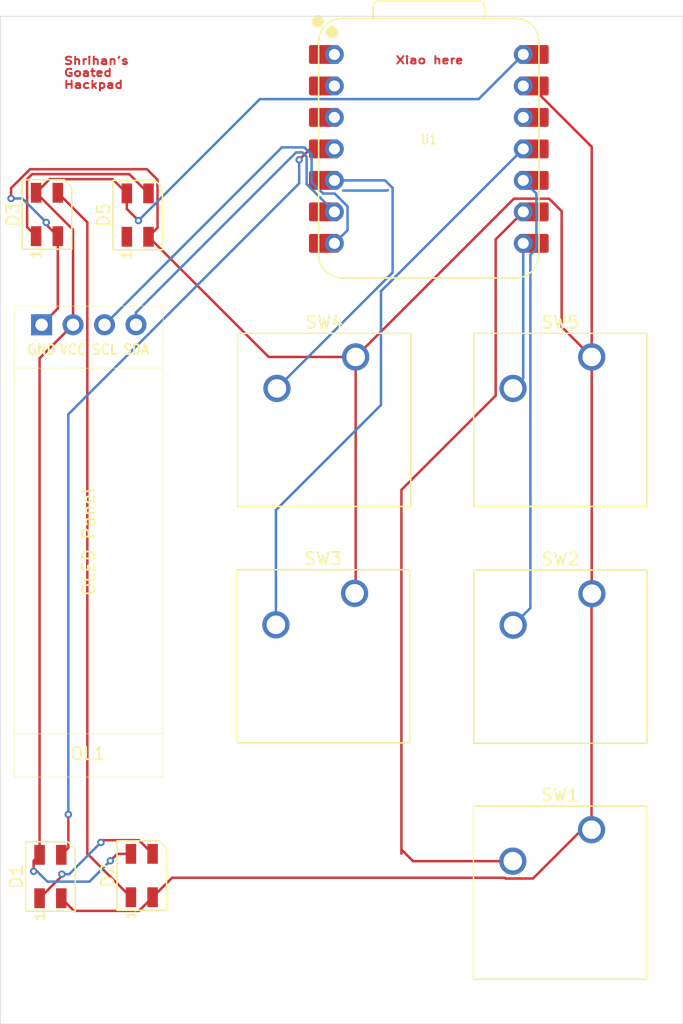
<source format=kicad_pcb>
(kicad_pcb (version 20241229) (generator "pcbnew") (generator_version "9.0")
  (layers (0 "F.Cu" signal) (2 "B.Cu" signal) (13 "F.Paste" user) (15 "B.Paste" user) (5 "F.SilkS" user "F.Silkscreen") (7 "B.SilkS" user "B.Silkscreen") (1 "F.Mask" user) (3 "B.Mask" user) (25 "Edge.Cuts" user))
  (net 0 "")
  (net 1 "Net-(D1-DIN)")
  (net 2 "GND")
  (net 3 "Net-(D1-DOUT)")
  (net 4 "+5V")
  (net 5 "Net-(D2-DOUT)")
  (net 6 "Net-(D3-DOUT)")
  (net 8 "Net-(OL1-SCL)")
  (net 9 "Net-(OL1-SDA)")
  (net 10 "Net-(U1-GPIO2{slash}SCK)")
  (net 11 "Net-(U1-GPIO4{slash}MISO)")
  (net 12 "Net-(U1-GPIO3{slash}MOSI)")
  (net 13 "Net-(U1-GPIO6{slash}SDA)")
  (net 14 "Net-(U1-GPIO1{slash}RX)")
  (footprint "LED_SMD:LED_SK6812MINI_PLCC4_3.5x3.5mm_P1.75mm" (layer "F.Cu") (at 129.785 128.42 90)
    (property "Reference" "D2" (at 0 -2.75 90) (layer "F.SilkS"))
    (property "Value" "SK6812MINI")
    (fp_line (start -2.8 -2) (end 2.8 -2) (stroke (width 0.12)) (layer "F.SilkS"))
    (fp_line (start -2.8 -2) (end -2.8 2) (stroke (width 0.12)) (layer "F.SilkS"))
    (fp_line (start 2.8 1.4) (end 2.8 -2) (stroke (width 0.12)) (layer "F.SilkS"))
    (fp_line (start 2.8 1.4) (end 2.2 2) (stroke (width 0.12)) (layer "F.SilkS"))
    (fp_line (start -2.8 2) (end 2.2 2) (stroke (width 0.12)) (layer "F.SilkS"))
    (fp_text user "1" (at -3.2 -0.875 90) (layer "F.SilkS") (effects (font (size 0.8 0.8))))
    (pad "1" smd rect (at -1.75 -0.875 90) (size 1.6 0.85) (layers "F.Cu" "F.Mask" "F.Paste") (net 5 "Net-(D2-DOUT)"))
    (pad "2" smd rect (at -1.75 0.875 90) (size 1.6 0.85) (layers "F.Cu" "F.Mask" "F.Paste") (net 2 "GND"))
    (pad "3" smd rect (at 1.75 0.875 90) (size 1.6 0.85) (layers "F.Cu" "F.Mask" "F.Paste") (net 3 "Net-(D1-DOUT)"))
    (pad "4" smd rect (at 1.75 -0.875 90) (size 1.6 0.85) (layers "F.Cu" "F.Mask" "F.Paste") (net 4 "+5V"))
  )
  (footprint "LED_SMD:LED_SK6812MINI_PLCC4_3.5x3.5mm_P1.75mm" (layer "F.Cu") (at 129.455 75.13 90)
    (property "Reference" "D5" (at 0 -2.75 90) (layer "F.SilkS"))
    (property "Value" "SK6812MINI")
    (fp_line (start -2.8 -2) (end 2.8 -2) (stroke (width 0.12)) (layer "F.SilkS"))
    (fp_line (start -2.8 -2) (end -2.8 2) (stroke (width 0.12)) (layer "F.SilkS"))
    (fp_line (start 2.8 1.4) (end 2.8 -2) (stroke (width 0.12)) (layer "F.SilkS"))
    (fp_line (start 2.8 1.4) (end 2.2 2) (stroke (width 0.12)) (layer "F.SilkS"))
    (fp_line (start -2.8 2) (end 2.2 2) (stroke (width 0.12)) (layer "F.SilkS"))
    (fp_text user "1" (at -3.2 -0.875 90) (layer "F.SilkS") (effects (font (size 0.8 0.8))))
    (pad "1" smd rect (at -1.75 -0.875 90) (size 1.6 0.85) (layers "F.Cu" "F.Mask" "F.Paste"))
    (pad "2" smd rect (at -1.75 0.875 90) (size 1.6 0.85) (layers "F.Cu" "F.Mask" "F.Paste") (net 2 "GND"))
    (pad "3" smd rect (at 1.75 0.875 90) (size 1.6 0.85) (layers "F.Cu" "F.Mask" "F.Paste") (net 6 "Net-(D3-DOUT)"))
    (pad "4" smd rect (at 1.75 -0.875 90) (size 1.6 0.85) (layers "F.Cu" "F.Mask" "F.Paste") (net 4 "+5V"))
  )
  (footprint "LED_SMD:LED_SK6812MINI_PLCC4_3.5x3.5mm_P1.75mm" (layer "F.Cu") (at 122.135 75.08 90)
    (property "Reference" "D3" (at 0 -2.75 90) (layer "F.SilkS"))
    (property "Value" "SK6812MINI")
    (fp_line (start -2.8 -2) (end 2.8 -2) (stroke (width 0.12)) (layer "F.SilkS"))
    (fp_line (start -2.8 -2) (end -2.8 2) (stroke (width 0.12)) (layer "F.SilkS"))
    (fp_line (start 2.8 1.4) (end 2.8 -2) (stroke (width 0.12)) (layer "F.SilkS"))
    (fp_line (start 2.8 1.4) (end 2.2 2) (stroke (width 0.12)) (layer "F.SilkS"))
    (fp_line (start -2.8 2) (end 2.2 2) (stroke (width 0.12)) (layer "F.SilkS"))
    (fp_text user "1" (at -3.2 -0.875 90) (layer "F.SilkS") (effects (font (size 0.8 0.8))))
    (pad "1" smd rect (at -1.75 -0.875 90) (size 1.6 0.85) (layers "F.Cu" "F.Mask" "F.Paste") (net 6 "Net-(D3-DOUT)"))
    (pad "2" smd rect (at -1.75 0.875 90) (size 1.6 0.85) (layers "F.Cu" "F.Mask" "F.Paste") (net 2 "GND"))
    (pad "3" smd rect (at 1.75 0.875 90) (size 1.6 0.85) (layers "F.Cu" "F.Mask" "F.Paste") (net 5 "Net-(D2-DOUT)"))
    (pad "4" smd rect (at 1.75 -0.875 90) (size 1.6 0.85) (layers "F.Cu" "F.Mask" "F.Paste") (net 4 "+5V"))
  )
  (footprint "OPL:XIAO-RP2040-DIP" (layer "F.Cu") (at 152.95 69.79)
    (property "Reference" "U1" (at 0 -0.7685 0) (layer "F.SilkS") (effects (font (size 0.8 0.635) (thickness 0.1016))))
    (property "Value" "XIAO-RP2040-DIP")
    (fp_line (start -8.89 8.509) (end -8.89 -8.636) (stroke (width 0.127)) (layer "F.SilkS"))
    (fp_line (start -6.985 10.414) (end 6.985 10.414) (stroke (width 0.127)) (layer "F.SilkS"))
    (fp_line (start -4.495 -10.541) (end -4.491272 -11.451272) (stroke (width 0.127)) (layer "F.SilkS"))
    (fp_line (start -3.991272 -11.951) (end 4.004 -11.951) (stroke (width 0.127)) (layer "F.SilkS"))
    (fp_line (start 4.504 -11.451) (end 4.504 -10.541) (stroke (width 0.127)) (layer "F.SilkS"))
    (fp_line (start 6.985 -10.541) (end -6.985 -10.541) (stroke (width 0.1)) (layer "F.SilkS"))
    (fp_line (start 6.985 -10.541) (end -6.985 -10.541) (stroke (width 0.127)) (layer "F.SilkS"))
    (fp_line (start 8.89 8.509) (end 8.89 -8.636) (stroke (width 0.127)) (layer "F.SilkS"))
    (fp_arc (start -8.89 -8.636) (mid -8.332038 -9.983038) (end -6.985 -10.541) (stroke (width 0.127)) (layer "F.SilkS"))
    (fp_arc (start -6.985 10.414) (mid -8.332038 9.856038) (end -8.89 8.509) (stroke (width 0.127)) (layer "F.SilkS"))
    (fp_arc (start -4.491272 -11.451272) (mid -4.344728 -11.80464) (end -3.991272 -11.951) (stroke (width 0.127)) (layer "F.SilkS"))
    (fp_arc (start 4.004 -11.951) (mid 4.357553 -11.804553) (end 4.504 -11.451) (stroke (width 0.127)) (layer "F.SilkS"))
    (fp_arc (start 6.985 -10.541) (mid 8.332038 -9.983038) (end 8.89 -8.636) (stroke (width 0.127)) (layer "F.SilkS"))
    (fp_arc (start 8.89 8.509) (mid 8.332038 9.856038) (end 6.985 10.414) (stroke (width 0.127)) (layer "F.SilkS"))
    (fp_circle (center -8.95 -10.3) (end -8.95 -10.554) (stroke (width 0.5)) (fill yes) (layer "F.SilkS"))
    (fp_circle (center -7.807 -9.42) (end -7.807 -9.674) (stroke (width 0.5)) (fill yes) (layer "F.SilkS"))
    (pad "1" smd roundrect (at -8.455 -7.62 180) (size 2.432 1.524) (layers "F.Cu" "F.Mask") (roundrect_rratio 0.1))
    (pad "1" thru_hole circle (at -7.62 -7.62 180) (size 1.524 1.524) (drill 0.889) (layers "*.Cu" "*.Mask"))
    (pad "2" smd roundrect (at -8.455 -5.08 180) (size 2.432 1.524) (layers "F.Cu" "F.Mask") (roundrect_rratio 0.1))
    (pad "2" thru_hole circle (at -7.62 -5.08 180) (size 1.524 1.524) (drill 0.889) (layers "*.Cu" "*.Mask"))
    (pad "3" smd roundrect (at -8.455 -2.54 180) (size 2.432 1.524) (layers "F.Cu" "F.Mask") (roundrect_rratio 0.1))
    (pad "3" thru_hole circle (at -7.62 -2.54 180) (size 1.524 1.524) (drill 0.889) (layers "*.Cu" "*.Mask"))
    (pad "4" smd roundrect (at -8.455 0 180) (size 2.432 1.524) (layers "F.Cu" "F.Mask") (roundrect_rratio 0.1) (net 1 "Net-(D1-DIN)"))
    (pad "4" thru_hole circle (at -7.62 0 180) (size 1.524 1.524) (drill 0.889) (layers "*.Cu" "*.Mask") (net 1 "Net-(D1-DIN)"))
    (pad "5" smd roundrect (at -8.455 2.54 180) (size 2.432 1.524) (layers "F.Cu" "F.Mask") (roundrect_rratio 0.1) (net 13 "Net-(U1-GPIO6{slash}SDA)"))
    (pad "5" thru_hole circle (at -7.62 2.54 180) (size 1.524 1.524) (drill 0.889) (layers "*.Cu" "*.Mask") (net 13 "Net-(U1-GPIO6{slash}SDA)"))
    (pad "6" smd roundrect (at -8.455 5.08 180) (size 2.432 1.524) (layers "F.Cu" "F.Mask") (roundrect_rratio 0.1) (net 9 "Net-(OL1-SDA)"))
    (pad "6" thru_hole circle (at -7.62 5.08 180) (size 1.524 1.524) (drill 0.889) (layers "*.Cu" "*.Mask") (net 9 "Net-(OL1-SDA)"))
    (pad "7" smd roundrect (at -8.455 7.62 180) (size 2.432 1.524) (layers "F.Cu" "F.Mask") (roundrect_rratio 0.1) (net 8 "Net-(OL1-SCL)"))
    (pad "7" thru_hole circle (at -7.62 7.62 180) (size 1.524 1.524) (drill 0.889) (layers "*.Cu" "*.Mask") (net 8 "Net-(OL1-SCL)"))
    (pad "8" thru_hole circle (at 7.62 7.62) (size 1.524 1.524) (drill 0.889) (layers "*.Cu" "*.Mask") (net 14 "Net-(U1-GPIO1{slash}RX)"))
    (pad "8" smd roundrect (at 8.455 7.62) (size 2.432 1.524) (layers "F.Cu" "F.Mask") (roundrect_rratio 0.1) (net 14 "Net-(U1-GPIO1{slash}RX)"))
    (pad "9" thru_hole circle (at 7.62 5.08) (size 1.524 1.524) (drill 0.889) (layers "*.Cu" "*.Mask") (net 10 "Net-(U1-GPIO2{slash}SCK)"))
    (pad "9" smd roundrect (at 8.455 5.08) (size 2.432 1.524) (layers "F.Cu" "F.Mask") (roundrect_rratio 0.1) (net 10 "Net-(U1-GPIO2{slash}SCK)"))
    (pad "10" thru_hole circle (at 7.62 2.54) (size 1.524 1.524) (drill 0.889) (layers "*.Cu" "*.Mask") (net 11 "Net-(U1-GPIO4{slash}MISO)"))
    (pad "10" smd roundrect (at 8.455 2.54) (size 2.432 1.524) (layers "F.Cu" "F.Mask") (roundrect_rratio 0.1) (net 11 "Net-(U1-GPIO4{slash}MISO)"))
    (pad "11" thru_hole circle (at 7.62 0) (size 1.524 1.524) (drill 0.889) (layers "*.Cu" "*.Mask") (net 12 "Net-(U1-GPIO3{slash}MOSI)"))
    (pad "11" smd roundrect (at 8.455 0) (size 2.432 1.524) (layers "F.Cu" "F.Mask") (roundrect_rratio 0.1) (net 12 "Net-(U1-GPIO3{slash}MOSI)"))
    (pad "12" thru_hole circle (at 7.62 -2.54) (size 1.524 1.524) (drill 0.889) (layers "*.Cu" "*.Mask"))
    (pad "12" smd roundrect (at 8.455 -2.54) (size 2.432 1.524) (layers "F.Cu" "F.Mask") (roundrect_rratio 0.1))
    (pad "13" thru_hole circle (at 7.62 -5.08) (size 1.524 1.524) (drill 0.889) (layers "*.Cu" "*.Mask") (net 2 "GND"))
    (pad "13" smd roundrect (at 8.455 -5.08) (size 2.432 1.524) (layers "F.Cu" "F.Mask") (roundrect_rratio 0.1) (net 2 "GND"))
    (pad "14" thru_hole circle (at 7.62 -7.62) (size 1.524 1.524) (drill 0.889) (layers "*.Cu" "*.Mask") (net 4 "+5V"))
    (pad "14" smd roundrect (at 8.455 -7.62) (size 2.432 1.524) (layers "F.Cu" "F.Mask") (roundrect_rratio 0.1) (net 4 "+5V"))
  )
  (footprint "Button_Switch_Keyboard:SW_Cherry_MX_1.00u_PCB" (layer "F.Cu") (at 147.0475 86.575)
    (property "Reference" "SW4" (at -2.54 -2.794 0) (layer "F.SilkS"))
    (property "Value" "SW_Push")
    (fp_line (start -9.525 -1.905) (end 4.445 -1.905) (stroke (width 0.12)) (layer "F.SilkS"))
    (fp_line (start -9.525 12.065) (end -9.525 -1.905) (stroke (width 0.12)) (layer "F.SilkS"))
    (fp_line (start 4.445 -1.905) (end 4.445 12.065) (stroke (width 0.12)) (layer "F.SilkS"))
    (fp_line (start 4.445 12.065) (end -9.525 12.065) (stroke (width 0.12)) (layer "F.SilkS"))
    (pad "" np_thru_hole circle (at -7.62 5.08) (size 1.7 1.7) (drill 1.7) (layers "*.Cu" "*.Mask"))
    (pad "" np_thru_hole circle (at -2.54 5.08) (size 4 4) (drill 4) (layers "*.Cu" "*.Mask"))
    (pad "" np_thru_hole circle (at 2.54 5.08) (size 1.7 1.7) (drill 1.7) (layers "*.Cu" "*.Mask"))
    (pad "1" thru_hole circle (at 0 0) (size 2.2 2.2) (drill 1.5) (layers "*.Cu" "*.Mask") (net 2 "GND"))
    (pad "2" thru_hole circle (at -6.35 2.54) (size 2.2 2.2) (drill 1.5) (layers "*.Cu" "*.Mask") (net 13 "Net-(U1-GPIO6{slash}SDA)"))
  )
  (footprint "Button_Switch_Keyboard:SW_Cherry_MX_1.00u_PCB" (layer "F.Cu") (at 146.96 105.65)
    (property "Reference" "SW3" (at -2.54 -2.794 0) (layer "F.SilkS"))
    (property "Value" "SW_Push")
    (fp_line (start -9.525 -1.905) (end 4.445 -1.905) (stroke (width 0.12)) (layer "F.SilkS"))
    (fp_line (start -9.525 12.065) (end -9.525 -1.905) (stroke (width 0.12)) (layer "F.SilkS"))
    (fp_line (start 4.445 -1.905) (end 4.445 12.065) (stroke (width 0.12)) (layer "F.SilkS"))
    (fp_line (start 4.445 12.065) (end -9.525 12.065) (stroke (width 0.12)) (layer "F.SilkS"))
    (pad "" np_thru_hole circle (at -7.62 5.08) (size 1.7 1.7) (drill 1.7) (layers "*.Cu" "*.Mask"))
    (pad "" np_thru_hole circle (at -2.54 5.08) (size 4 4) (drill 4) (layers "*.Cu" "*.Mask"))
    (pad "" np_thru_hole circle (at 2.54 5.08) (size 1.7 1.7) (drill 1.7) (layers "*.Cu" "*.Mask"))
    (pad "1" thru_hole circle (at 0 0) (size 2.2 2.2) (drill 1.5) (layers "*.Cu" "*.Mask") (net 2 "GND"))
    (pad "2" thru_hole circle (at -6.35 2.54) (size 2.2 2.2) (drill 1.5) (layers "*.Cu" "*.Mask") (net 12 "Net-(U1-GPIO3{slash}MOSI)"))
  )
  (footprint "Button_Switch_Keyboard:SW_Cherry_MX_1.00u_PCB" (layer "F.Cu") (at 166.08 124.72)
    (property "Reference" "SW1" (at -2.54 -2.794 0) (layer "F.SilkS"))
    (property "Value" "SW_Push")
    (fp_line (start -9.525 -1.905) (end 4.445 -1.905) (stroke (width 0.12)) (layer "F.SilkS"))
    (fp_line (start -9.525 12.065) (end -9.525 -1.905) (stroke (width 0.12)) (layer "F.SilkS"))
    (fp_line (start 4.445 -1.905) (end 4.445 12.065) (stroke (width 0.12)) (layer "F.SilkS"))
    (fp_line (start 4.445 12.065) (end -9.525 12.065) (stroke (width 0.12)) (layer "F.SilkS"))
    (pad "" np_thru_hole circle (at -7.62 5.08) (size 1.7 1.7) (drill 1.7) (layers "*.Cu" "*.Mask"))
    (pad "" np_thru_hole circle (at -2.54 5.08) (size 4 4) (drill 4) (layers "*.Cu" "*.Mask"))
    (pad "" np_thru_hole circle (at 2.54 5.08) (size 1.7 1.7) (drill 1.7) (layers "*.Cu" "*.Mask"))
    (pad "1" thru_hole circle (at 0 0) (size 2.2 2.2) (drill 1.5) (layers "*.Cu" "*.Mask") (net 2 "GND"))
    (pad "2" thru_hole circle (at -6.35 2.54) (size 2.2 2.2) (drill 1.5) (layers "*.Cu" "*.Mask") (net 10 "Net-(U1-GPIO2{slash}SCK)"))
  )
  (footprint "Oled:SSD1306-0.91-OLED-4pin-128x32" (layer "F.Cu") (at 119.51 120.48 90)
    (property "Reference" "OL1" (at 1.9 5.91 0) (layer "F.SilkS"))
    (property "Value" "SSD1306_0.61_OLED")
    (fp_line (start 38 0) (end 0 0) (stroke (width 0.04)) (layer "F.SilkS"))
    (fp_line (start 33 0) (end 33 12) (stroke (width 0.04)) (layer "F.SilkS"))
    (fp_line (start 3.5 0) (end 3.5 12) (stroke (width 0.04)) (layer "F.SilkS"))
    (fp_line (start 0 0) (end 0 12) (stroke (width 0.04)) (layer "F.SilkS"))
    (fp_line (start 38 12) (end 38 0) (stroke (width 0.04)) (layer "F.SilkS"))
    (fp_line (start 0 12) (end 38 12) (stroke (width 0.04)) (layer "F.SilkS"))
    (fp_text user "SCL" (at 34.5 7.27 0) (layer "F.SilkS") (effects (font (size 0.8 0.75))))
    (fp_text user "SDA" (at 34.5 9.81 0) (layer "F.SilkS") (effects (font (size 0.8 0.75))))
    (fp_text user "GND" (at 34.5 2.19 0) (layer "F.SilkS") (effects (font (size 0.8 0.75))))
    (fp_text user "OLED Panel" (at 19 6 90) (layer "F.SilkS"))
    (fp_text user "VCC" (at 34.5 4.73 0) (layer "F.SilkS") (effects (font (size 0.8 0.75))))
    (pad "1" thru_hole rect (at 36.5 2.19 90) (size 1.7 1.7) (drill 1) (layers "*.Cu" "*.Mask") (net 2 "GND"))
    (pad "2" thru_hole oval (at 36.5 4.73 90) (size 1.7 1.7) (drill 1) (layers "*.Cu" "*.Mask") (net 4 "+5V"))
    (pad "3" thru_hole oval (at 36.5 7.27 90) (size 1.7 1.7) (drill 1) (layers "*.Cu" "*.Mask") (net 8 "Net-(OL1-SCL)"))
    (pad "4" thru_hole oval (at 36.5 9.81 90) (size 1.7 1.7) (drill 1) (layers "*.Cu" "*.Mask") (net 9 "Net-(OL1-SDA)"))
  )
  (footprint "Button_Switch_Keyboard:SW_Cherry_MX_1.00u_PCB" (layer "F.Cu") (at 166.11 105.68)
    (property "Reference" "SW2" (at -2.54 -2.794 0) (layer "F.SilkS"))
    (property "Value" "SW_Push")
    (fp_line (start -9.525 -1.905) (end 4.445 -1.905) (stroke (width 0.12)) (layer "F.SilkS"))
    (fp_line (start -9.525 12.065) (end -9.525 -1.905) (stroke (width 0.12)) (layer "F.SilkS"))
    (fp_line (start 4.445 -1.905) (end 4.445 12.065) (stroke (width 0.12)) (layer "F.SilkS"))
    (fp_line (start 4.445 12.065) (end -9.525 12.065) (stroke (width 0.12)) (layer "F.SilkS"))
    (pad "" np_thru_hole circle (at -7.62 5.08) (size 1.7 1.7) (drill 1.7) (layers "*.Cu" "*.Mask"))
    (pad "" np_thru_hole circle (at -2.54 5.08) (size 4 4) (drill 4) (layers "*.Cu" "*.Mask"))
    (pad "" np_thru_hole circle (at 2.54 5.08) (size 1.7 1.7) (drill 1.7) (layers "*.Cu" "*.Mask"))
    (pad "1" thru_hole circle (at 0 0) (size 2.2 2.2) (drill 1.5) (layers "*.Cu" "*.Mask") (net 2 "GND"))
    (pad "2" thru_hole circle (at -6.35 2.54) (size 2.2 2.2) (drill 1.5) (layers "*.Cu" "*.Mask") (net 11 "Net-(U1-GPIO4{slash}MISO)"))
  )
  (footprint "Button_Switch_Keyboard:SW_Cherry_MX_1.00u_PCB" (layer "F.Cu") (at 166.0975 86.575)
    (property "Reference" "SW5" (at -2.54 -2.794 0) (layer "F.SilkS"))
    (property "Value" "SW_Push")
    (fp_line (start -9.525 -1.905) (end 4.445 -1.905) (stroke (width 0.12)) (layer "F.SilkS"))
    (fp_line (start -9.525 12.065) (end -9.525 -1.905) (stroke (width 0.12)) (layer "F.SilkS"))
    (fp_line (start 4.445 -1.905) (end 4.445 12.065) (stroke (width 0.12)) (layer "F.SilkS"))
    (fp_line (start 4.445 12.065) (end -9.525 12.065) (stroke (width 0.12)) (layer "F.SilkS"))
    (pad "" np_thru_hole circle (at -7.62 5.08) (size 1.7 1.7) (drill 1.7) (layers "*.Cu" "*.Mask"))
    (pad "" np_thru_hole circle (at -2.54 5.08) (size 4 4) (drill 4) (layers "*.Cu" "*.Mask"))
    (pad "" np_thru_hole circle (at 2.54 5.08) (size 1.7 1.7) (drill 1.7) (layers "*.Cu" "*.Mask"))
    (pad "1" thru_hole circle (at 0 0) (size 2.2 2.2) (drill 1.5) (layers "*.Cu" "*.Mask") (net 2 "GND"))
    (pad "2" thru_hole circle (at -6.35 2.54) (size 2.2 2.2) (drill 1.5) (layers "*.Cu" "*.Mask") (net 14 "Net-(U1-GPIO1{slash}RX)"))
  )
  (footprint "LED_SMD:LED_SK6812MINI_PLCC4_3.5x3.5mm_P1.75mm" (layer "F.Cu") (at 122.415 128.5 90)
    (property "Reference" "D1" (at 0 -2.75 90) (layer "F.SilkS"))
    (property "Value" "SK6812MINI")
    (fp_line (start -2.8 -2) (end 2.8 -2) (stroke (width 0.12)) (layer "F.SilkS"))
    (fp_line (start -2.8 -2) (end -2.8 2) (stroke (width 0.12)) (layer "F.SilkS"))
    (fp_line (start 2.8 1.4) (end 2.8 -2) (stroke (width 0.12)) (layer "F.SilkS"))
    (fp_line (start 2.8 1.4) (end 2.2 2) (stroke (width 0.12)) (layer "F.SilkS"))
    (fp_line (start -2.8 2) (end 2.2 2) (stroke (width 0.12)) (layer "F.SilkS"))
    (fp_text user "1" (at -3.2 -0.875 90) (layer "F.SilkS") (effects (font (size 0.8 0.8))))
    (pad "1" smd rect (at -1.75 -0.875 90) (size 1.6 0.85) (layers "F.Cu" "F.Mask" "F.Paste") (net 3 "Net-(D1-DOUT)"))
    (pad "2" smd rect (at -1.75 0.875 90) (size 1.6 0.85) (layers "F.Cu" "F.Mask" "F.Paste") (net 2 "GND"))
    (pad "3" smd rect (at 1.75 0.875 90) (size 1.6 0.85) (layers "F.Cu" "F.Mask" "F.Paste") (net 1 "Net-(D1-DIN)"))
    (pad "4" smd rect (at 1.75 -0.875 90) (size 1.6 0.85) (layers "F.Cu" "F.Mask" "F.Paste") (net 4 "+5V"))
  )
  (gr_rect (start 118.37 59.09) (end 173.46 140.4) (stroke (width 0.05)) (fill no) (layer "Edge.Cuts"))
  (gr_text "Xiao here" (at 150.2 62.98 0) (layer "F.Cu") (effects (font (size 0.6 0.75) (thickness 0.15) (bold yes)) (justify left bottom)))
  (gr_text "Shrihan's\nGoated\nHackpad" (at 123.42 64.96 0) (layer "F.Cu") (effects (font (size 0.6 0.75) (thickness 0.15) (bold yes)) (justify left bottom)))
  (segment (start 149.59 73.15) (end 149.63 73.11) (width 0.2) (layer "B.Cu") (net 0))
  (segment (start 146.04 73.15) (end 149.59 73.15) (width 0.2) (layer "B.Cu") (net 0))
  (segment (start 123.86 126.18) (end 123.86 123.49) (width 0.2) (layer "F.Cu") (net 1))
  (segment (start 123.29 126.75) (end 123.86 126.18) (width 0.2) (layer "F.Cu") (net 1))
  (segment (start 142.49 70.67) (end 143.37 69.79) (width 0.2) (layer "F.Cu") (net 1))
  (segment (start 143.37 69.79) (end 145.33 69.79) (width 0.2) (layer "F.Cu") (net 1))
  (via (at 123.86 123.49) (size 0.6) (drill 0.3) (layers "F.Cu" "B.Cu") (net 1))
  (via (at 142.49 70.67) (size 0.6) (drill 0.3) (layers "F.Cu" "B.Cu") (net 1))
  (segment (start 123.86 123.49) (end 123.86 91.2) (width 0.2) (layer "B.Cu") (net 1))
  (segment (start 123.86 91.2) (end 142.49 72.57) (width 0.2) (layer "B.Cu") (net 1))
  (segment (start 142.49 72.57) (end 142.49 70.67) (width 0.2) (layer "B.Cu") (net 1))
  (segment (start 140.025 86.575) (end 130.33 76.88) (width 0.2) (layer "F.Cu") (net 2))
  (segment (start 166.0975 86.575) (end 166.0975 69.623874) (width 0.2) (layer "F.Cu") (net 2))
  (segment (start 122.079995 75.899995) (end 123.01 76.83) (width 0.2) (layer "F.Cu") (net 2))
  (segment (start 120.7679 71.428) (end 119.24 72.9559) (width 0.2) (layer "F.Cu") (net 2))
  (segment (start 129.559 131.271) (end 124.311 131.271) (width 0.2) (layer "F.Cu") (net 2))
  (segment (start 161.354184 128.661) (end 165.295184 124.72) (width 0.2) (layer "F.Cu") (net 2))
  (segment (start 130.66 130.17) (end 129.559 131.271) (width 0.2) (layer "F.Cu") (net 2))
  (segment (start 147.0475 86.575) (end 140.025 86.575) (width 0.2) (layer "F.Cu") (net 2))
  (segment (start 166.0975 86.575) (end 166.0975 105.6675) (width 0.2) (layer "F.Cu") (net 2))
  (segment (start 131.056 76.154) (end 131.056 72.279) (width 0.2) (layer "F.Cu") (net 2))
  (segment (start 166.06 105.93) (end 166.08 105.95) (width 0.2) (layer "F.Cu") (net 2))
  (segment (start 166.08 105.95) (end 166.08 124.72) (width 0.2) (layer "F.Cu") (net 2))
  (segment (start 123.01 76.83) (end 123.01 82.67) (width 0.2) (layer "F.Cu") (net 2))
  (segment (start 166.11 105.88) (end 166.06 105.93) (width 0.2) (layer "F.Cu") (net 2))
  (segment (start 124.311 131.271) (end 123.29 130.25) (width 0.2) (layer "F.Cu") (net 2))
  (segment (start 159.087686 128.599) (end 159.149686 128.661) (width 0.2) (layer "F.Cu") (net 2))
  (segment (start 166.0975 105.6675) (end 166.11 105.68) (width 0.2) (layer "F.Cu") (net 2))
  (segment (start 147.0475 86.575) (end 159.8155 73.807) (width 0.2) (layer "F.Cu") (net 2))
  (segment (start 161.183626 64.71) (end 160.57 64.71) (width 0.2) (layer "F.Cu") (net 2))
  (segment (start 130.66 130.17) (end 132.231 128.599) (width 0.2) (layer "F.Cu") (net 2))
  (segment (start 159.8155 73.807) (end 162.660626 73.807) (width 0.2) (layer "F.Cu") (net 2))
  (segment (start 130.205 71.428) (end 120.7679 71.428) (width 0.2) (layer "F.Cu") (net 2))
  (segment (start 131.056 72.279) (end 130.205 71.428) (width 0.2) (layer "F.Cu") (net 2))
  (segment (start 122.079995 75.723437) (end 122.079995 75.899995) (width 0.2) (layer "F.Cu") (net 2))
  (segment (start 162.660626 73.807) (end 163.67 74.816374) (width 0.2) (layer "F.Cu") (net 2))
  (segment (start 130.33 76.88) (end 131.056 76.154) (width 0.2) (layer "F.Cu") (net 2))
  (segment (start 147.0475 86.575) (end 147.0475 105.5625) (width 0.2) (layer "F.Cu") (net 2))
  (segment (start 166.11 105.68) (end 166.11 105.88) (width 0.2) (layer "F.Cu") (net 2))
  (segment (start 132.231 128.599) (end 159.087686 128.599) (width 0.2) (layer "F.Cu") (net 2))
  (segment (start 163.67 84.1475) (end 166.0975 86.575) (width 0.2) (layer "F.Cu") (net 2))
  (segment (start 159.149686 128.661) (end 161.354184 128.661) (width 0.2) (layer "F.Cu") (net 2))
  (segment (start 123.01 82.67) (end 121.7 83.98) (width 0.2) (layer "F.Cu") (net 2))
  (segment (start 147.0475 105.5625) (end 146.96 105.65) (width 0.2) (layer "F.Cu") (net 2))
  (segment (start 166.0975 69.623874) (end 161.183626 64.71) (width 0.2) (layer "F.Cu") (net 2))
  (segment (start 165.295184 124.72) (end 166.08 124.72) (width 0.2) (layer "F.Cu") (net 2))
  (segment (start 163.67 74.816374) (end 163.67 84.1475) (width 0.2) (layer "F.Cu") (net 2))
  (segment (start 119.24 72.9559) (end 119.24 73.79) (width 0.2) (layer "F.Cu") (net 2))
  (via (at 119.24 73.79) (size 0.6) (drill 0.3) (layers "F.Cu" "B.Cu") (net 2))
  (via (at 122.079995 75.723437) (size 0.6) (drill 0.3) (layers "F.Cu" "B.Cu") (net 2))
  (segment (start 119.24 73.79) (end 120.146558 73.79) (width 0.2) (layer "B.Cu") (net 2))
  (segment (start 120.146558 73.79) (end 122.079995 75.723437) (width 0.2) (layer "B.Cu") (net 2))
  (segment (start 126.671 125.569) (end 126.49 125.75) (width 0.2) (layer "F.Cu") (net 3))
  (segment (start 123.34 128.45) (end 121.54 130.25) (width 0.2) (layer "F.Cu") (net 3))
  (segment (start 130.66 126.67) (end 129.559 125.569) (width 0.2) (layer "F.Cu") (net 3))
  (segment (start 123.34 128.31) (end 123.34 128.45) (width 0.2) (layer "F.Cu") (net 3))
  (segment (start 129.559 125.569) (end 126.671 125.569) (width 0.2) (layer "F.Cu") (net 3))
  (via (at 126.49 125.75) (size 0.6) (drill 0.3) (layers "F.Cu" "B.Cu") (net 3))
  (via (at 123.34 128.31) (size 0.6) (drill 0.3) (layers "F.Cu" "B.Cu") (net 3))
  (segment (start 126.49 125.75) (end 123.93 128.31) (width 0.2) (layer "B.Cu") (net 3))
  (segment (start 123.93 128.31) (end 123.34 128.31) (width 0.2) (layer "B.Cu") (net 3))
  (segment (start 121.06 127.23) (end 121.54 126.75) (width 0.2) (layer "F.Cu") (net 4))
  (segment (start 127.43 72.23) (end 128.58 73.38) (width 0.2) (layer "F.Cu") (net 4))
  (segment (start 124.24 83.98) (end 121.54 86.68) (width 0.2) (layer "F.Cu") (net 4))
  (segment (start 121.06 128.08) (end 121.06 127.23) (width 0.2) (layer "F.Cu") (net 4))
  (segment (start 121.54 86.68) (end 121.54 126.75) (width 0.2) (layer "F.Cu") (net 4))
  (segment (start 127.81 126.67) (end 127.25 127.23) (width 0.2) (layer "F.Cu") (net 4))
  (segment (start 121.26 73.33) (end 122.36 72.23) (width 0.2) (layer "F.Cu") (net 4))
  (segment (start 129.52 75.57) (end 128.58 74.63) (width 0.2) (layer "F.Cu") (net 4))
  (segment (start 121.26 73.33) (end 124.24 76.31) (width 0.2) (layer "F.Cu") (net 4))
  (segment (start 128.58 74.63) (end 128.58 73.38) (width 0.2) (layer "F.Cu") (net 4))
  (segment (start 122.36 72.23) (end 127.43 72.23) (width 0.2) (layer "F.Cu") (net 4))
  (segment (start 124.24 76.31) (end 124.24 83.98) (width 0.2) (layer "F.Cu") (net 4))
  (segment (start 128.91 126.67) (end 127.81 126.67) (width 0.2) (layer "F.Cu") (net 4))
  (via (at 129.52 75.57) (size 0.6) (drill 0.3) (layers "F.Cu" "B.Cu") (net 4))
  (via (at 127.25 127.23) (size 0.6) (drill 0.3) (layers "F.Cu" "B.Cu") (net 4))
  (via (at 121.06 128.08) (size 0.6) (drill 0.3) (layers "F.Cu" "B.Cu") (net 4))
  (segment (start 121.34 128.08) (end 121.06 128.08) (width 0.2) (layer "B.Cu") (net 4))
  (segment (start 160.57 62.17) (end 156.967 65.773) (width 0.2) (layer "B.Cu") (net 4))
  (segment (start 156.967 65.773) (end 139.317 65.773) (width 0.2) (layer "B.Cu") (net 4))
  (segment (start 139.317 65.773) (end 129.52 75.57) (width 0.2) (layer "B.Cu") (net 4))
  (segment (start 125.569 128.911) (end 122.171 128.911) (width 0.2) (layer "B.Cu") (net 4))
  (segment (start 122.171 128.911) (end 121.58 128.32) (width 0.2) (layer "B.Cu") (net 4))
  (segment (start 121.58 128.32) (end 121.34 128.08) (width 0.2) (layer "B.Cu") (net 4))
  (segment (start 127.25 127.23) (end 125.569 128.911) (width 0.2) (layer "B.Cu") (net 4))
  (segment (start 125.391 75.711) (end 125.391 126.651) (width 0.2) (layer "F.Cu") (net 5))
  (segment (start 123.01 73.33) (end 125.391 75.711) (width 0.2) (layer "F.Cu") (net 5))
  (segment (start 125.391 126.651) (end 128.91 130.17) (width 0.2) (layer "F.Cu") (net 5))
  (segment (start 120.534 76.104) (end 120.534 72.229) (width 0.2) (layer "F.Cu") (net 6))
  (segment (start 128.779 71.829) (end 130.33 73.38) (width 0.2) (layer "F.Cu") (net 6))
  (segment (start 121.26 76.83) (end 120.534 76.104) (width 0.2) (layer "F.Cu") (net 6))
  (segment (start 120.934 71.829) (end 128.779 71.829) (width 0.2) (layer "F.Cu") (net 6))
  (segment (start 120.534 72.229) (end 120.934 71.829) (width 0.2) (layer "F.Cu") (net 6))
  (segment (start 145.35631 73.393) (end 144.4201 73.393) (width 0.2) (layer "B.Cu") (net 8))
  (segment (start 141.092 69.668) (end 126.78 83.98) (width 0.2) (layer "B.Cu") (net 8))
  (segment (start 143.492 70.254957) (end 142.905043 69.668) (width 0.2) (layer "B.Cu") (net 8))
  (segment (start 145.33 77.41) (end 146.393 76.347) (width 0.2) (layer "B.Cu") (net 8))
  (segment (start 143.492 72.4649) (end 143.492 70.254957) (width 0.2) (layer "B.Cu") (net 8))
  (segment (start 144.4201 73.393) (end 143.492 72.4649) (width 0.2) (layer "B.Cu") (net 8))
  (segment (start 146.393 76.347) (end 146.393 74.42969) (width 0.2) (layer "B.Cu") (net 8))
  (segment (start 142.905043 69.668) (end 141.092 69.668) (width 0.2) (layer "B.Cu") (net 8))
  (segment (start 146.393 74.42969) (end 145.35631 73.393) (width 0.2) (layer "B.Cu") (net 8))
  (segment (start 129.32 82.990057) (end 129.32 83.98) (width 0.2) (layer "B.Cu") (net 9))
  (segment (start 145.33 74.87) (end 143.091 72.631) (width 0.2) (layer "B.Cu") (net 9))
  (segment (start 142.241057 70.069) (end 129.32 82.990057) (width 0.2) (layer "B.Cu") (net 9))
  (segment (start 142.738943 70.069) (end 142.241057 70.069) (width 0.2) (layer "B.Cu") (net 9))
  (segment (start 143.091 72.631) (end 143.091 70.421057) (width 0.2) (layer "B.Cu") (net 9))
  (segment (start 143.091 70.421057) (end 142.738943 70.069) (width 0.2) (layer "B.Cu") (net 9))
  (segment (start 160.57 74.87) (end 158.3465 77.0935) (width 0.2) (layer "F.Cu") (net 10))
  (segment (start 150.74 97.301814) (end 150.74 126.32) (width 0.2) (layer "F.Cu") (net 10))
  (segment (start 151.68 127.26) (end 159.73 127.26) (width 0.2) (layer "F.Cu") (net 10))
  (segment (start 158.3465 89.695314) (end 150.74 97.301814) (width 0.2) (layer "F.Cu") (net 10))
  (segment (start 158.3465 77.0935) (end 158.3465 89.695314) (width 0.2) (layer "F.Cu") (net 10))
  (segment (start 161.405 74.87) (end 160.57 74.87) (width 0.2) (layer "F.Cu") (net 10))
  (segment (start 150.74 126.32) (end 151.68 127.26) (width 0.2) (layer "F.Cu") (net 10))
  (segment (start 150.74 126.32) (end 150.74 126.66) (width 0.2) (layer "F.Cu") (net 10))
  (segment (start 159.76 108.22) (end 161.1485 106.8315) (width 0.2) (layer "B.Cu") (net 11))
  (segment (start 161.1485 106.8315) (end 161.1485 78.33481) (width 0.2) (layer "B.Cu") (net 11))
  (segment (start 161.1485 78.33481) (end 161.633 77.85031) (width 0.2) (layer "B.Cu") (net 11))
  (segment (start 161.633 73.393) (end 160.57 72.33) (width 0.2) (layer "B.Cu") (net 11))
  (segment (start 161.633 77.85031) (end 161.633 73.393) (width 0.2) (layer "B.Cu") (net 11))
  (segment (start 149.09003 90.454) (end 140.61 98.93403) (width 0.2) (layer "B.Cu") (net 12))
  (segment (start 140.61 98.93403) (end 140.61 108.19) (width 0.2) (layer "B.Cu") (net 12))
  (segment (start 160.57 69.79) (end 149.09003 81.26997) (width 0.2) (layer "B.Cu") (net 12))
  (segment (start 149.09003 81.26997) (end 149.09003 90.454) (width 0.2) (layer "B.Cu") (net 12))
  (segment (start 140.6975 89.0954) (end 140.6975 89.115) (width 0.2) (layer "B.Cu") (net 13))
  (segment (start 149.4171 72.33) (end 150.031 72.9439) (width 0.2) (layer "B.Cu") (net 13))
  (segment (start 150.031 72.9439) (end 150.031 79.7619) (width 0.2) (layer "B.Cu") (net 13))
  (segment (start 145.33 72.33) (end 149.4171 72.33) (width 0.2) (layer "B.Cu") (net 13))
  (segment (start 150.031 79.7619) (end 140.6975 89.0954) (width 0.2) (layer "B.Cu") (net 13))
  (segment (start 160.57 77.41) (end 160.57 88.2925) (width 0.2) (layer "B.Cu") (net 14))
  (segment (start 160.57 88.2925) (end 159.7475 89.115) (width 0.2) (layer "B.Cu") (net 14))
)
</source>
